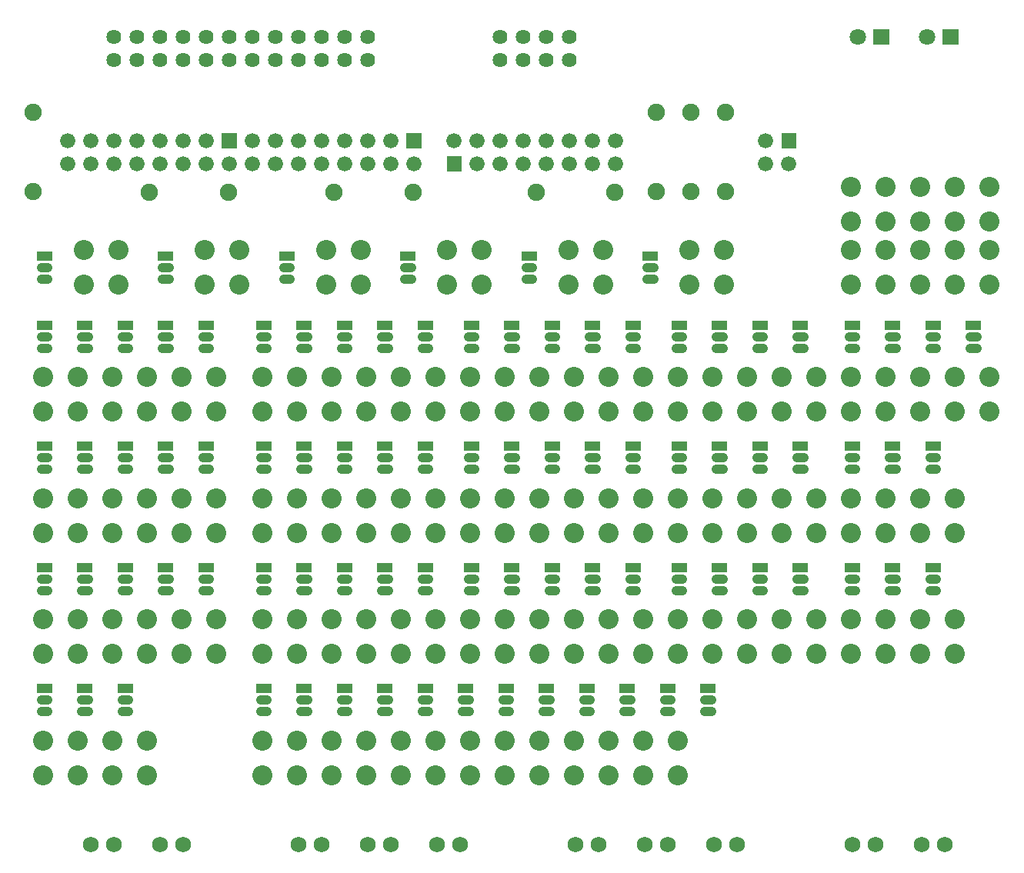
<source format=gts>
G04 Layer: TopSolderMaskLayer*
G04 EasyEDA v6.4.25, 2021-12-30T01:49:16+01:00*
G04 4773aac788784ad1aa91dadde69bcb95,bb3cfcbffc6840158e79d7648404357e,10*
G04 Gerber Generator version 0.2*
G04 Scale: 100 percent, Rotated: No, Reflected: No *
G04 Dimensions in millimeters *
G04 leading zeros omitted , absolute positions ,4 integer and 5 decimal *
%FSLAX45Y45*%
%MOMM*%

%ADD28C,1.0016*%
%ADD30C,2.2022*%
%ADD31C,1.9016*%
%ADD32C,1.6256*%
%ADD33C,1.7526*%
%ADD34C,1.6764*%
%ADD37C,1.8016*%

%LPD*%
D28*
X3527501Y6858000D02*
G01*
X3457501Y6858000D01*
X3527501Y6731000D02*
G01*
X3457501Y6731000D01*
X4861001Y6858000D02*
G01*
X4791001Y6858000D01*
X4861001Y6731000D02*
G01*
X4791001Y6731000D01*
X860501Y6858000D02*
G01*
X790501Y6858000D01*
X860501Y6731000D02*
G01*
X790501Y6731000D01*
X2194001Y6858000D02*
G01*
X2124001Y6858000D01*
X2194001Y6731000D02*
G01*
X2124001Y6731000D01*
X6194501Y6858000D02*
G01*
X6124501Y6858000D01*
X6194501Y6731000D02*
G01*
X6124501Y6731000D01*
X7528001Y6858000D02*
G01*
X7458001Y6858000D01*
X7528001Y6731000D02*
G01*
X7458001Y6731000D01*
X860501Y6096000D02*
G01*
X790501Y6096000D01*
X860501Y5969000D02*
G01*
X790501Y5969000D01*
X1305001Y6096000D02*
G01*
X1235001Y6096000D01*
X1305001Y5969000D02*
G01*
X1235001Y5969000D01*
X1749501Y6096000D02*
G01*
X1679501Y6096000D01*
X1749501Y5969000D02*
G01*
X1679501Y5969000D01*
X2194001Y6096000D02*
G01*
X2124001Y6096000D01*
X2194001Y5969000D02*
G01*
X2124001Y5969000D01*
X2638501Y6096000D02*
G01*
X2568501Y6096000D01*
X2638501Y5969000D02*
G01*
X2568501Y5969000D01*
X860501Y4762500D02*
G01*
X790501Y4762500D01*
X860501Y4635500D02*
G01*
X790501Y4635500D01*
X1305001Y4762500D02*
G01*
X1235001Y4762500D01*
X1305001Y4635500D02*
G01*
X1235001Y4635500D01*
X1749501Y4762500D02*
G01*
X1679501Y4762500D01*
X1749501Y4635500D02*
G01*
X1679501Y4635500D01*
X2194001Y4762500D02*
G01*
X2124001Y4762500D01*
X2194001Y4635500D02*
G01*
X2124001Y4635500D01*
X2638501Y4762500D02*
G01*
X2568501Y4762500D01*
X2638501Y4635500D02*
G01*
X2568501Y4635500D01*
X860501Y3429000D02*
G01*
X790501Y3429000D01*
X860501Y3302000D02*
G01*
X790501Y3302000D01*
X1305001Y3429000D02*
G01*
X1235001Y3429000D01*
X1305001Y3302000D02*
G01*
X1235001Y3302000D01*
X1749501Y3429000D02*
G01*
X1679501Y3429000D01*
X1749501Y3302000D02*
G01*
X1679501Y3302000D01*
X2194001Y3429000D02*
G01*
X2124001Y3429000D01*
X2194001Y3302000D02*
G01*
X2124001Y3302000D01*
X2638501Y3429000D02*
G01*
X2568501Y3429000D01*
X2638501Y3302000D02*
G01*
X2568501Y3302000D01*
X860501Y2095500D02*
G01*
X790501Y2095500D01*
X860501Y1968500D02*
G01*
X790501Y1968500D01*
X1305001Y2095500D02*
G01*
X1235001Y2095500D01*
X1305001Y1968500D02*
G01*
X1235001Y1968500D01*
X1749501Y2095500D02*
G01*
X1679501Y2095500D01*
X1749501Y1968500D02*
G01*
X1679501Y1968500D01*
X3273501Y6096000D02*
G01*
X3203501Y6096000D01*
X3273501Y5969000D02*
G01*
X3203501Y5969000D01*
X3718001Y6096000D02*
G01*
X3648001Y6096000D01*
X3718001Y5969000D02*
G01*
X3648001Y5969000D01*
X4162501Y6096000D02*
G01*
X4092501Y6096000D01*
X4162501Y5969000D02*
G01*
X4092501Y5969000D01*
X4607001Y6096000D02*
G01*
X4537001Y6096000D01*
X4607001Y5969000D02*
G01*
X4537001Y5969000D01*
X5051501Y6096000D02*
G01*
X4981501Y6096000D01*
X5051501Y5969000D02*
G01*
X4981501Y5969000D01*
X3273501Y4762500D02*
G01*
X3203501Y4762500D01*
X3273501Y4635500D02*
G01*
X3203501Y4635500D01*
X3718001Y4762500D02*
G01*
X3648001Y4762500D01*
X3718001Y4635500D02*
G01*
X3648001Y4635500D01*
X4162501Y4762500D02*
G01*
X4092501Y4762500D01*
X4162501Y4635500D02*
G01*
X4092501Y4635500D01*
X4607001Y4762500D02*
G01*
X4537001Y4762500D01*
X4607001Y4635500D02*
G01*
X4537001Y4635500D01*
X5051501Y4762500D02*
G01*
X4981501Y4762500D01*
X5051501Y4635500D02*
G01*
X4981501Y4635500D01*
X3273501Y3429000D02*
G01*
X3203501Y3429000D01*
X3273501Y3302000D02*
G01*
X3203501Y3302000D01*
X3718001Y3429000D02*
G01*
X3648001Y3429000D01*
X3718001Y3302000D02*
G01*
X3648001Y3302000D01*
X4162501Y3429000D02*
G01*
X4092501Y3429000D01*
X4162501Y3302000D02*
G01*
X4092501Y3302000D01*
X4607001Y3429000D02*
G01*
X4537001Y3429000D01*
X4607001Y3302000D02*
G01*
X4537001Y3302000D01*
X5051501Y3429000D02*
G01*
X4981501Y3429000D01*
X5051501Y3302000D02*
G01*
X4981501Y3302000D01*
X5559501Y6096000D02*
G01*
X5489501Y6096000D01*
X5559501Y5969000D02*
G01*
X5489501Y5969000D01*
X6004001Y6096000D02*
G01*
X5934001Y6096000D01*
X6004001Y5969000D02*
G01*
X5934001Y5969000D01*
X6448501Y6096000D02*
G01*
X6378501Y6096000D01*
X6448501Y5969000D02*
G01*
X6378501Y5969000D01*
X6893001Y6096000D02*
G01*
X6823001Y6096000D01*
X6893001Y5969000D02*
G01*
X6823001Y5969000D01*
X7337501Y6096000D02*
G01*
X7267501Y6096000D01*
X7337501Y5969000D02*
G01*
X7267501Y5969000D01*
X5559501Y4762500D02*
G01*
X5489501Y4762500D01*
X5559501Y4635500D02*
G01*
X5489501Y4635500D01*
X6004001Y4762500D02*
G01*
X5934001Y4762500D01*
X6004001Y4635500D02*
G01*
X5934001Y4635500D01*
X6448501Y4762500D02*
G01*
X6378501Y4762500D01*
X6448501Y4635500D02*
G01*
X6378501Y4635500D01*
X6893001Y4762500D02*
G01*
X6823001Y4762500D01*
X6893001Y4635500D02*
G01*
X6823001Y4635500D01*
X7337501Y4762500D02*
G01*
X7267501Y4762500D01*
X7337501Y4635500D02*
G01*
X7267501Y4635500D01*
X5559501Y3429000D02*
G01*
X5489501Y3429000D01*
X5559501Y3302000D02*
G01*
X5489501Y3302000D01*
X6004001Y3429000D02*
G01*
X5934001Y3429000D01*
X6004001Y3302000D02*
G01*
X5934001Y3302000D01*
X6448501Y3429000D02*
G01*
X6378501Y3429000D01*
X6448501Y3302000D02*
G01*
X6378501Y3302000D01*
X6893001Y3429000D02*
G01*
X6823001Y3429000D01*
X6893001Y3302000D02*
G01*
X6823001Y3302000D01*
X7337501Y3429000D02*
G01*
X7267501Y3429000D01*
X7337501Y3302000D02*
G01*
X7267501Y3302000D01*
X7845501Y6096000D02*
G01*
X7775501Y6096000D01*
X7845501Y5969000D02*
G01*
X7775501Y5969000D01*
X8290001Y6096000D02*
G01*
X8220001Y6096000D01*
X8290001Y5969000D02*
G01*
X8220001Y5969000D01*
X8734501Y6096000D02*
G01*
X8664501Y6096000D01*
X8734501Y5969000D02*
G01*
X8664501Y5969000D01*
X9179001Y6096000D02*
G01*
X9109001Y6096000D01*
X9179001Y5969000D02*
G01*
X9109001Y5969000D01*
X7845501Y4762500D02*
G01*
X7775501Y4762500D01*
X7845501Y4635500D02*
G01*
X7775501Y4635500D01*
X8290001Y4762500D02*
G01*
X8220001Y4762500D01*
X8290001Y4635500D02*
G01*
X8220001Y4635500D01*
X8734501Y4762500D02*
G01*
X8664501Y4762500D01*
X8734501Y4635500D02*
G01*
X8664501Y4635500D01*
X9179001Y4762500D02*
G01*
X9109001Y4762500D01*
X9179001Y4635500D02*
G01*
X9109001Y4635500D01*
X7845501Y3429000D02*
G01*
X7775501Y3429000D01*
X7845501Y3302000D02*
G01*
X7775501Y3302000D01*
X8290001Y3429000D02*
G01*
X8220001Y3429000D01*
X8290001Y3302000D02*
G01*
X8220001Y3302000D01*
X8734501Y3429000D02*
G01*
X8664501Y3429000D01*
X8734501Y3302000D02*
G01*
X8664501Y3302000D01*
X9179001Y3429000D02*
G01*
X9109001Y3429000D01*
X9179001Y3302000D02*
G01*
X9109001Y3302000D01*
X9750501Y6096000D02*
G01*
X9680501Y6096000D01*
X9750501Y5969000D02*
G01*
X9680501Y5969000D01*
X10195001Y6096000D02*
G01*
X10125001Y6096000D01*
X10195001Y5969000D02*
G01*
X10125001Y5969000D01*
X10639501Y6096000D02*
G01*
X10569501Y6096000D01*
X10639501Y5969000D02*
G01*
X10569501Y5969000D01*
X11084001Y6096000D02*
G01*
X11014001Y6096000D01*
X11084001Y5969000D02*
G01*
X11014001Y5969000D01*
X9750501Y4762500D02*
G01*
X9680501Y4762500D01*
X9750501Y4635500D02*
G01*
X9680501Y4635500D01*
X10195001Y4762500D02*
G01*
X10125001Y4762500D01*
X10195001Y4635500D02*
G01*
X10125001Y4635500D01*
X10639501Y4762500D02*
G01*
X10569501Y4762500D01*
X10639501Y4635500D02*
G01*
X10569501Y4635500D01*
X9750501Y3429000D02*
G01*
X9680501Y3429000D01*
X9750501Y3302000D02*
G01*
X9680501Y3302000D01*
X10195001Y3429000D02*
G01*
X10125001Y3429000D01*
X10195001Y3302000D02*
G01*
X10125001Y3302000D01*
X10639501Y3429000D02*
G01*
X10569501Y3429000D01*
X10639501Y3302000D02*
G01*
X10569501Y3302000D01*
X3273501Y2095500D02*
G01*
X3203501Y2095500D01*
X3273501Y1968500D02*
G01*
X3203501Y1968500D01*
X3718001Y2095500D02*
G01*
X3648001Y2095500D01*
X3718001Y1968500D02*
G01*
X3648001Y1968500D01*
X4162501Y2095500D02*
G01*
X4092501Y2095500D01*
X4162501Y1968500D02*
G01*
X4092501Y1968500D01*
X4607001Y2095500D02*
G01*
X4537001Y2095500D01*
X4607001Y1968500D02*
G01*
X4537001Y1968500D01*
X5051501Y2095500D02*
G01*
X4981501Y2095500D01*
X5051501Y1968500D02*
G01*
X4981501Y1968500D01*
X5496001Y2095500D02*
G01*
X5426001Y2095500D01*
X5496001Y1968500D02*
G01*
X5426001Y1968500D01*
X5940501Y2095500D02*
G01*
X5870501Y2095500D01*
X5940501Y1968500D02*
G01*
X5870501Y1968500D01*
X6385001Y2095500D02*
G01*
X6315001Y2095500D01*
X6385001Y1968500D02*
G01*
X6315001Y1968500D01*
X6829501Y2095500D02*
G01*
X6759501Y2095500D01*
X6829501Y1968500D02*
G01*
X6759501Y1968500D01*
X7274001Y2095500D02*
G01*
X7204001Y2095500D01*
X7274001Y1968500D02*
G01*
X7204001Y1968500D01*
X7718501Y2095500D02*
G01*
X7648501Y2095500D01*
X7718501Y1968500D02*
G01*
X7648501Y1968500D01*
X8163001Y2095500D02*
G01*
X8093001Y2095500D01*
X8163001Y1968500D02*
G01*
X8093001Y1968500D01*
G36*
X3407409Y6934962D02*
G01*
X3407409Y7035037D01*
X3577590Y7035037D01*
X3577590Y6934962D01*
G37*
G36*
X4740909Y6934962D02*
G01*
X4740909Y7035037D01*
X4911090Y7035037D01*
X4911090Y6934962D01*
G37*
D30*
G01*
X812800Y2984500D03*
G01*
X812800Y2603500D03*
G01*
X1193800Y2984500D03*
G01*
X1193800Y2603500D03*
G01*
X1574800Y2984500D03*
G01*
X1574800Y2603500D03*
G01*
X1955800Y2984500D03*
G01*
X1955800Y2603500D03*
G01*
X2336800Y2984500D03*
G01*
X2336800Y2603500D03*
G01*
X2717800Y2984500D03*
G01*
X2717800Y2603500D03*
D31*
G01*
X7937500Y7692999D03*
G01*
X7937500Y8563000D03*
G01*
X8318500Y7692999D03*
G01*
X8318500Y8563000D03*
D32*
G01*
X4381500Y9398000D03*
G01*
X4381500Y9144000D03*
G01*
X4127500Y9398000D03*
G01*
X4127500Y9144000D03*
G01*
X3873500Y9398000D03*
G01*
X3873500Y9144000D03*
G01*
X3619500Y9398000D03*
G01*
X3619500Y9144000D03*
G01*
X3365500Y9398000D03*
G01*
X3365500Y9144000D03*
G01*
X3111500Y9398000D03*
G01*
X3111500Y9144000D03*
G01*
X2857500Y9398000D03*
G01*
X2857500Y9144000D03*
G01*
X2603500Y9398000D03*
G01*
X2603500Y9144000D03*
G01*
X2349500Y9398000D03*
G01*
X2349500Y9144000D03*
G01*
X2095500Y9398000D03*
G01*
X2095500Y9144000D03*
G01*
X1841500Y9398000D03*
G01*
X1841500Y9144000D03*
G01*
X1587500Y9398000D03*
G01*
X1587500Y9144000D03*
G01*
X6604000Y9398000D03*
G01*
X6604000Y9144000D03*
G01*
X6350000Y9398000D03*
G01*
X6350000Y9144000D03*
G01*
X6096000Y9398000D03*
G01*
X6096000Y9144000D03*
G01*
X5842000Y9398000D03*
G01*
X5842000Y9144000D03*
D33*
G01*
X6667500Y508000D03*
G01*
X6921500Y508000D03*
G01*
X2095500Y508000D03*
G01*
X2349500Y508000D03*
G01*
X9715500Y508000D03*
G01*
X9969500Y508000D03*
G01*
X5143500Y508000D03*
G01*
X5397500Y508000D03*
G01*
X4381500Y508000D03*
G01*
X4635500Y508000D03*
G01*
X3619500Y508000D03*
G01*
X3873500Y508000D03*
G01*
X8191500Y508000D03*
G01*
X8445500Y508000D03*
G01*
X1333500Y508000D03*
G01*
X1587500Y508000D03*
G01*
X7429500Y508000D03*
G01*
X7683500Y508000D03*
G01*
X10477500Y508000D03*
G01*
X10731500Y508000D03*
D31*
G01*
X698500Y7692999D03*
G01*
X698500Y8563000D03*
G01*
X4880000Y7683500D03*
G01*
X4009999Y7683500D03*
G01*
X2848000Y7683500D03*
G01*
X1977999Y7683500D03*
G01*
X7556500Y7692999D03*
G01*
X7556500Y8563000D03*
G01*
X7102500Y7683500D03*
G01*
X6232499Y7683500D03*
D34*
G01*
X3111500Y8001000D03*
G01*
X3111500Y8255000D03*
G01*
X3365500Y8001000D03*
G01*
X3365500Y8255000D03*
G01*
X3619500Y8001000D03*
G01*
X3619500Y8255000D03*
G01*
X3873500Y8001000D03*
G01*
X3873500Y8255000D03*
G01*
X4127500Y8001000D03*
G01*
X4127500Y8255000D03*
G01*
X4381500Y8001000D03*
G01*
X4381500Y8255000D03*
G01*
X4635500Y8001000D03*
G01*
X4635500Y8255000D03*
G01*
X4889500Y8001000D03*
G36*
X4805679Y8171179D02*
G01*
X4805679Y8338820D01*
X4973320Y8338820D01*
X4973320Y8171179D01*
G37*
G01*
X1079500Y8001000D03*
G01*
X1079500Y8255000D03*
G01*
X1333500Y8001000D03*
G01*
X1333500Y8255000D03*
G01*
X1587500Y8001000D03*
G01*
X1587500Y8255000D03*
G01*
X1841500Y8001000D03*
G01*
X1841500Y8255000D03*
G01*
X2095500Y8001000D03*
G01*
X2095500Y8255000D03*
G01*
X2349500Y8001000D03*
G01*
X2349500Y8255000D03*
G01*
X2603500Y8001000D03*
G01*
X2603500Y8255000D03*
G01*
X2857500Y8001000D03*
G36*
X2773679Y8171179D02*
G01*
X2773679Y8338820D01*
X2941320Y8338820D01*
X2941320Y8171179D01*
G37*
G01*
X7112000Y8255000D03*
G01*
X7112000Y8001000D03*
G01*
X6858000Y8255000D03*
G01*
X6858000Y8001000D03*
G01*
X6604000Y8255000D03*
G01*
X6604000Y8001000D03*
G01*
X6350000Y8255000D03*
G01*
X6350000Y8001000D03*
G01*
X6096000Y8255000D03*
G01*
X6096000Y8001000D03*
G01*
X5842000Y8255000D03*
G01*
X5842000Y8001000D03*
G01*
X5588000Y8255000D03*
G01*
X5588000Y8001000D03*
G01*
X5334000Y8255000D03*
G36*
X5250179Y7917179D02*
G01*
X5250179Y8084820D01*
X5417820Y8084820D01*
X5417820Y7917179D01*
G37*
G36*
X8933179Y8171179D02*
G01*
X8933179Y8338820D01*
X9100820Y8338820D01*
X9100820Y8171179D01*
G37*
G01*
X9017000Y8001000D03*
G01*
X8763000Y8255000D03*
G01*
X8763000Y8001000D03*
G36*
X9942829Y9314179D02*
G01*
X9942829Y9481820D01*
X10123170Y9481820D01*
X10123170Y9314179D01*
G37*
D37*
G01*
X9779000Y9398000D03*
G36*
X10704829Y9314179D02*
G01*
X10704829Y9481820D01*
X10885170Y9481820D01*
X10885170Y9314179D01*
G37*
G01*
X10541000Y9398000D03*
G36*
X740410Y6934962D02*
G01*
X740410Y7035037D01*
X910589Y7035037D01*
X910589Y6934962D01*
G37*
G36*
X2073909Y6934962D02*
G01*
X2073909Y7035037D01*
X2244090Y7035037D01*
X2244090Y6934962D01*
G37*
G36*
X6074409Y6934962D02*
G01*
X6074409Y7035037D01*
X6244590Y7035037D01*
X6244590Y6934962D01*
G37*
G36*
X7407909Y6934962D02*
G01*
X7407909Y7035037D01*
X7578090Y7035037D01*
X7578090Y6934962D01*
G37*
G36*
X740410Y6172962D02*
G01*
X740410Y6273037D01*
X910589Y6273037D01*
X910589Y6172962D01*
G37*
G36*
X1184910Y6172962D02*
G01*
X1184910Y6273037D01*
X1355089Y6273037D01*
X1355089Y6172962D01*
G37*
G36*
X1629410Y6172962D02*
G01*
X1629410Y6273037D01*
X1799589Y6273037D01*
X1799589Y6172962D01*
G37*
G36*
X2073909Y6172962D02*
G01*
X2073909Y6273037D01*
X2244090Y6273037D01*
X2244090Y6172962D01*
G37*
G36*
X2518409Y6172962D02*
G01*
X2518409Y6273037D01*
X2688590Y6273037D01*
X2688590Y6172962D01*
G37*
G36*
X740410Y4839462D02*
G01*
X740410Y4939537D01*
X910589Y4939537D01*
X910589Y4839462D01*
G37*
G36*
X1184910Y4839462D02*
G01*
X1184910Y4939537D01*
X1355089Y4939537D01*
X1355089Y4839462D01*
G37*
G36*
X1629410Y4839462D02*
G01*
X1629410Y4939537D01*
X1799589Y4939537D01*
X1799589Y4839462D01*
G37*
G36*
X2073909Y4839462D02*
G01*
X2073909Y4939537D01*
X2244090Y4939537D01*
X2244090Y4839462D01*
G37*
G36*
X2518409Y4839462D02*
G01*
X2518409Y4939537D01*
X2688590Y4939537D01*
X2688590Y4839462D01*
G37*
G36*
X740410Y3505962D02*
G01*
X740410Y3606037D01*
X910589Y3606037D01*
X910589Y3505962D01*
G37*
G36*
X1184910Y3505962D02*
G01*
X1184910Y3606037D01*
X1355089Y3606037D01*
X1355089Y3505962D01*
G37*
G36*
X1629410Y3505962D02*
G01*
X1629410Y3606037D01*
X1799589Y3606037D01*
X1799589Y3505962D01*
G37*
G36*
X2073909Y3505962D02*
G01*
X2073909Y3606037D01*
X2244090Y3606037D01*
X2244090Y3505962D01*
G37*
G36*
X2518409Y3505962D02*
G01*
X2518409Y3606037D01*
X2688590Y3606037D01*
X2688590Y3505962D01*
G37*
G36*
X740410Y2172462D02*
G01*
X740410Y2272537D01*
X910589Y2272537D01*
X910589Y2172462D01*
G37*
G36*
X1184910Y2172462D02*
G01*
X1184910Y2272537D01*
X1355089Y2272537D01*
X1355089Y2172462D01*
G37*
G36*
X1629410Y2172462D02*
G01*
X1629410Y2272537D01*
X1799589Y2272537D01*
X1799589Y2172462D01*
G37*
G36*
X3153409Y6172962D02*
G01*
X3153409Y6273037D01*
X3323590Y6273037D01*
X3323590Y6172962D01*
G37*
G36*
X3597909Y6172962D02*
G01*
X3597909Y6273037D01*
X3768090Y6273037D01*
X3768090Y6172962D01*
G37*
G36*
X4042409Y6172962D02*
G01*
X4042409Y6273037D01*
X4212590Y6273037D01*
X4212590Y6172962D01*
G37*
G36*
X4486909Y6172962D02*
G01*
X4486909Y6273037D01*
X4657090Y6273037D01*
X4657090Y6172962D01*
G37*
G36*
X4931409Y6172962D02*
G01*
X4931409Y6273037D01*
X5101590Y6273037D01*
X5101590Y6172962D01*
G37*
G36*
X3153409Y4839462D02*
G01*
X3153409Y4939537D01*
X3323590Y4939537D01*
X3323590Y4839462D01*
G37*
G36*
X3597909Y4839462D02*
G01*
X3597909Y4939537D01*
X3768090Y4939537D01*
X3768090Y4839462D01*
G37*
G36*
X4042409Y4839462D02*
G01*
X4042409Y4939537D01*
X4212590Y4939537D01*
X4212590Y4839462D01*
G37*
G36*
X4486909Y4839462D02*
G01*
X4486909Y4939537D01*
X4657090Y4939537D01*
X4657090Y4839462D01*
G37*
G36*
X4931409Y4839462D02*
G01*
X4931409Y4939537D01*
X5101590Y4939537D01*
X5101590Y4839462D01*
G37*
G36*
X3153409Y3505962D02*
G01*
X3153409Y3606037D01*
X3323590Y3606037D01*
X3323590Y3505962D01*
G37*
G36*
X3597909Y3505962D02*
G01*
X3597909Y3606037D01*
X3768090Y3606037D01*
X3768090Y3505962D01*
G37*
G36*
X4042409Y3505962D02*
G01*
X4042409Y3606037D01*
X4212590Y3606037D01*
X4212590Y3505962D01*
G37*
G36*
X4486909Y3505962D02*
G01*
X4486909Y3606037D01*
X4657090Y3606037D01*
X4657090Y3505962D01*
G37*
G36*
X4931409Y3505962D02*
G01*
X4931409Y3606037D01*
X5101590Y3606037D01*
X5101590Y3505962D01*
G37*
G36*
X5439409Y6172962D02*
G01*
X5439409Y6273037D01*
X5609590Y6273037D01*
X5609590Y6172962D01*
G37*
G36*
X5883909Y6172962D02*
G01*
X5883909Y6273037D01*
X6054090Y6273037D01*
X6054090Y6172962D01*
G37*
G36*
X6328409Y6172962D02*
G01*
X6328409Y6273037D01*
X6498590Y6273037D01*
X6498590Y6172962D01*
G37*
G36*
X6772909Y6172962D02*
G01*
X6772909Y6273037D01*
X6943090Y6273037D01*
X6943090Y6172962D01*
G37*
G36*
X7217409Y6172962D02*
G01*
X7217409Y6273037D01*
X7387590Y6273037D01*
X7387590Y6172962D01*
G37*
G36*
X5439409Y4839462D02*
G01*
X5439409Y4939537D01*
X5609590Y4939537D01*
X5609590Y4839462D01*
G37*
G36*
X5883909Y4839462D02*
G01*
X5883909Y4939537D01*
X6054090Y4939537D01*
X6054090Y4839462D01*
G37*
G36*
X6328409Y4839462D02*
G01*
X6328409Y4939537D01*
X6498590Y4939537D01*
X6498590Y4839462D01*
G37*
G36*
X6772909Y4839462D02*
G01*
X6772909Y4939537D01*
X6943090Y4939537D01*
X6943090Y4839462D01*
G37*
G36*
X7217409Y4839462D02*
G01*
X7217409Y4939537D01*
X7387590Y4939537D01*
X7387590Y4839462D01*
G37*
G36*
X5439409Y3505962D02*
G01*
X5439409Y3606037D01*
X5609590Y3606037D01*
X5609590Y3505962D01*
G37*
G36*
X5883909Y3505962D02*
G01*
X5883909Y3606037D01*
X6054090Y3606037D01*
X6054090Y3505962D01*
G37*
G36*
X6328409Y3505962D02*
G01*
X6328409Y3606037D01*
X6498590Y3606037D01*
X6498590Y3505962D01*
G37*
G36*
X6772909Y3505962D02*
G01*
X6772909Y3606037D01*
X6943090Y3606037D01*
X6943090Y3505962D01*
G37*
G36*
X7217409Y3505962D02*
G01*
X7217409Y3606037D01*
X7387590Y3606037D01*
X7387590Y3505962D01*
G37*
G36*
X7725409Y6172962D02*
G01*
X7725409Y6273037D01*
X7895590Y6273037D01*
X7895590Y6172962D01*
G37*
G36*
X8169909Y6172962D02*
G01*
X8169909Y6273037D01*
X8340090Y6273037D01*
X8340090Y6172962D01*
G37*
G36*
X8614409Y6172962D02*
G01*
X8614409Y6273037D01*
X8784590Y6273037D01*
X8784590Y6172962D01*
G37*
G36*
X9058909Y6172962D02*
G01*
X9058909Y6273037D01*
X9229090Y6273037D01*
X9229090Y6172962D01*
G37*
G36*
X7725409Y4839462D02*
G01*
X7725409Y4939537D01*
X7895590Y4939537D01*
X7895590Y4839462D01*
G37*
G36*
X8169909Y4839462D02*
G01*
X8169909Y4939537D01*
X8340090Y4939537D01*
X8340090Y4839462D01*
G37*
G36*
X8614409Y4839462D02*
G01*
X8614409Y4939537D01*
X8784590Y4939537D01*
X8784590Y4839462D01*
G37*
G36*
X9058909Y4839462D02*
G01*
X9058909Y4939537D01*
X9229090Y4939537D01*
X9229090Y4839462D01*
G37*
G36*
X7725409Y3505962D02*
G01*
X7725409Y3606037D01*
X7895590Y3606037D01*
X7895590Y3505962D01*
G37*
G36*
X8169909Y3505962D02*
G01*
X8169909Y3606037D01*
X8340090Y3606037D01*
X8340090Y3505962D01*
G37*
G36*
X8614409Y3505962D02*
G01*
X8614409Y3606037D01*
X8784590Y3606037D01*
X8784590Y3505962D01*
G37*
G36*
X9058909Y3505962D02*
G01*
X9058909Y3606037D01*
X9229090Y3606037D01*
X9229090Y3505962D01*
G37*
G36*
X9630409Y6172962D02*
G01*
X9630409Y6273037D01*
X9800590Y6273037D01*
X9800590Y6172962D01*
G37*
G36*
X10074909Y6172962D02*
G01*
X10074909Y6273037D01*
X10245090Y6273037D01*
X10245090Y6172962D01*
G37*
G36*
X10519409Y6172962D02*
G01*
X10519409Y6273037D01*
X10689590Y6273037D01*
X10689590Y6172962D01*
G37*
G36*
X10963909Y6172962D02*
G01*
X10963909Y6273037D01*
X11134090Y6273037D01*
X11134090Y6172962D01*
G37*
G36*
X9630409Y4839462D02*
G01*
X9630409Y4939537D01*
X9800590Y4939537D01*
X9800590Y4839462D01*
G37*
G36*
X10074909Y4839462D02*
G01*
X10074909Y4939537D01*
X10245090Y4939537D01*
X10245090Y4839462D01*
G37*
G36*
X10519409Y4839462D02*
G01*
X10519409Y4939537D01*
X10689590Y4939537D01*
X10689590Y4839462D01*
G37*
G36*
X9630409Y3505962D02*
G01*
X9630409Y3606037D01*
X9800590Y3606037D01*
X9800590Y3505962D01*
G37*
G36*
X10074909Y3505962D02*
G01*
X10074909Y3606037D01*
X10245090Y3606037D01*
X10245090Y3505962D01*
G37*
G36*
X10519409Y3505962D02*
G01*
X10519409Y3606037D01*
X10689590Y3606037D01*
X10689590Y3505962D01*
G37*
G36*
X3153409Y2172462D02*
G01*
X3153409Y2272537D01*
X3323590Y2272537D01*
X3323590Y2172462D01*
G37*
G36*
X3597909Y2172462D02*
G01*
X3597909Y2272537D01*
X3768090Y2272537D01*
X3768090Y2172462D01*
G37*
G36*
X4042409Y2172462D02*
G01*
X4042409Y2272537D01*
X4212590Y2272537D01*
X4212590Y2172462D01*
G37*
G36*
X4486909Y2172462D02*
G01*
X4486909Y2272537D01*
X4657090Y2272537D01*
X4657090Y2172462D01*
G37*
G36*
X4931409Y2172462D02*
G01*
X4931409Y2272537D01*
X5101590Y2272537D01*
X5101590Y2172462D01*
G37*
G36*
X5375909Y2172462D02*
G01*
X5375909Y2272537D01*
X5546090Y2272537D01*
X5546090Y2172462D01*
G37*
G36*
X5820409Y2172462D02*
G01*
X5820409Y2272537D01*
X5990590Y2272537D01*
X5990590Y2172462D01*
G37*
G36*
X6264909Y2172462D02*
G01*
X6264909Y2272537D01*
X6435090Y2272537D01*
X6435090Y2172462D01*
G37*
G36*
X6709409Y2172462D02*
G01*
X6709409Y2272537D01*
X6879590Y2272537D01*
X6879590Y2172462D01*
G37*
G36*
X7153909Y2172462D02*
G01*
X7153909Y2272537D01*
X7324090Y2272537D01*
X7324090Y2172462D01*
G37*
G36*
X7598409Y2172462D02*
G01*
X7598409Y2272537D01*
X7768590Y2272537D01*
X7768590Y2172462D01*
G37*
G36*
X8042909Y2172462D02*
G01*
X8042909Y2272537D01*
X8213090Y2272537D01*
X8213090Y2172462D01*
G37*
D30*
G01*
X9702800Y7747000D03*
G01*
X9702800Y7366000D03*
G01*
X10083800Y7747000D03*
G01*
X10083800Y7366000D03*
G01*
X10464800Y7747000D03*
G01*
X10464800Y7366000D03*
G01*
X10845800Y7747000D03*
G01*
X10845800Y7366000D03*
G01*
X11226800Y7747000D03*
G01*
X11226800Y7366000D03*
G01*
X9702800Y7048500D03*
G01*
X9702800Y6667500D03*
G01*
X10083800Y7048500D03*
G01*
X10083800Y6667500D03*
G01*
X10464800Y7048500D03*
G01*
X10464800Y6667500D03*
G01*
X10845800Y7048500D03*
G01*
X10845800Y6667500D03*
G01*
X11226800Y7048500D03*
G01*
X11226800Y6667500D03*
G01*
X1257300Y7048500D03*
G01*
X1257300Y6667500D03*
G01*
X1638300Y7048500D03*
G01*
X1638300Y6667500D03*
G01*
X2590800Y7048500D03*
G01*
X2590800Y6667500D03*
G01*
X2971800Y7048500D03*
G01*
X2971800Y6667500D03*
G01*
X3924300Y7048500D03*
G01*
X3924300Y6667500D03*
G01*
X4305300Y7048500D03*
G01*
X4305300Y6667500D03*
G01*
X5257800Y7048500D03*
G01*
X5257800Y6667500D03*
G01*
X5638800Y7048500D03*
G01*
X5638800Y6667500D03*
G01*
X6591300Y7048500D03*
G01*
X6591300Y6667500D03*
G01*
X6972300Y7048500D03*
G01*
X6972300Y6667500D03*
G01*
X7924800Y7048500D03*
G01*
X7924800Y6667500D03*
G01*
X8305800Y7048500D03*
G01*
X8305800Y6667500D03*
G01*
X812800Y5651500D03*
G01*
X812800Y5270500D03*
G01*
X1193800Y5651500D03*
G01*
X1193800Y5270500D03*
G01*
X1574800Y5651500D03*
G01*
X1574800Y5270500D03*
G01*
X1955800Y5651500D03*
G01*
X1955800Y5270500D03*
G01*
X2336800Y5651500D03*
G01*
X2336800Y5270500D03*
G01*
X2717800Y5651500D03*
G01*
X2717800Y5270500D03*
G01*
X812800Y4318000D03*
G01*
X812800Y3937000D03*
G01*
X1193800Y4318000D03*
G01*
X1193800Y3937000D03*
G01*
X1574800Y4318000D03*
G01*
X1574800Y3937000D03*
G01*
X1955800Y4318000D03*
G01*
X1955800Y3937000D03*
G01*
X2336800Y4318000D03*
G01*
X2336800Y3937000D03*
G01*
X2717800Y4318000D03*
G01*
X2717800Y3937000D03*
G01*
X812800Y1651000D03*
G01*
X812800Y1270000D03*
G01*
X1193800Y1651000D03*
G01*
X1193800Y1270000D03*
G01*
X1574800Y1651000D03*
G01*
X1574800Y1270000D03*
G01*
X1955800Y1651000D03*
G01*
X1955800Y1270000D03*
G01*
X3225800Y5651500D03*
G01*
X3225800Y5270500D03*
G01*
X3606800Y5651500D03*
G01*
X3606800Y5270500D03*
G01*
X3987800Y5651500D03*
G01*
X3987800Y5270500D03*
G01*
X4368800Y5651500D03*
G01*
X4368800Y5270500D03*
G01*
X4749800Y5651500D03*
G01*
X4749800Y5270500D03*
G01*
X5130800Y5651500D03*
G01*
X5130800Y5270500D03*
G01*
X3225800Y4318000D03*
G01*
X3225800Y3937000D03*
G01*
X3606800Y4318000D03*
G01*
X3606800Y3937000D03*
G01*
X3987800Y4318000D03*
G01*
X3987800Y3937000D03*
G01*
X4368800Y4318000D03*
G01*
X4368800Y3937000D03*
G01*
X4749800Y4318000D03*
G01*
X4749800Y3937000D03*
G01*
X5130800Y4318000D03*
G01*
X5130800Y3937000D03*
G01*
X3225800Y2984500D03*
G01*
X3225800Y2603500D03*
G01*
X3606800Y2984500D03*
G01*
X3606800Y2603500D03*
G01*
X3987800Y2984500D03*
G01*
X3987800Y2603500D03*
G01*
X4368800Y2984500D03*
G01*
X4368800Y2603500D03*
G01*
X4749800Y2984500D03*
G01*
X4749800Y2603500D03*
G01*
X5130800Y2984500D03*
G01*
X5130800Y2603500D03*
G01*
X5511800Y5651500D03*
G01*
X5511800Y5270500D03*
G01*
X5892800Y5651500D03*
G01*
X5892800Y5270500D03*
G01*
X6273800Y5651500D03*
G01*
X6273800Y5270500D03*
G01*
X6654800Y5651500D03*
G01*
X6654800Y5270500D03*
G01*
X7035800Y5651500D03*
G01*
X7035800Y5270500D03*
G01*
X7416800Y5651500D03*
G01*
X7416800Y5270500D03*
G01*
X5511800Y4318000D03*
G01*
X5511800Y3937000D03*
G01*
X5892800Y4318000D03*
G01*
X5892800Y3937000D03*
G01*
X6273800Y4318000D03*
G01*
X6273800Y3937000D03*
G01*
X6654800Y4318000D03*
G01*
X6654800Y3937000D03*
G01*
X7035800Y4318000D03*
G01*
X7035800Y3937000D03*
G01*
X7416800Y4318000D03*
G01*
X7416800Y3937000D03*
G01*
X5511800Y2984500D03*
G01*
X5511800Y2603500D03*
G01*
X5892800Y2984500D03*
G01*
X5892800Y2603500D03*
G01*
X6273800Y2984500D03*
G01*
X6273800Y2603500D03*
G01*
X6654800Y2984500D03*
G01*
X6654800Y2603500D03*
G01*
X7035800Y2984500D03*
G01*
X7035800Y2603500D03*
G01*
X7416800Y2984500D03*
G01*
X7416800Y2603500D03*
G01*
X7797800Y5651500D03*
G01*
X7797800Y5270500D03*
G01*
X8178800Y5651500D03*
G01*
X8178800Y5270500D03*
G01*
X8559800Y5651500D03*
G01*
X8559800Y5270500D03*
G01*
X8940800Y5651500D03*
G01*
X8940800Y5270500D03*
G01*
X9321800Y5651500D03*
G01*
X9321800Y5270500D03*
G01*
X7797800Y4318000D03*
G01*
X7797800Y3937000D03*
G01*
X8178800Y4318000D03*
G01*
X8178800Y3937000D03*
G01*
X8559800Y4318000D03*
G01*
X8559800Y3937000D03*
G01*
X8940800Y4318000D03*
G01*
X8940800Y3937000D03*
G01*
X9321800Y4318000D03*
G01*
X9321800Y3937000D03*
G01*
X7797800Y2984500D03*
G01*
X7797800Y2603500D03*
G01*
X8178800Y2984500D03*
G01*
X8178800Y2603500D03*
G01*
X8559800Y2984500D03*
G01*
X8559800Y2603500D03*
G01*
X8940800Y2984500D03*
G01*
X8940800Y2603500D03*
G01*
X9321800Y2984500D03*
G01*
X9321800Y2603500D03*
G01*
X9702800Y5651500D03*
G01*
X9702800Y5270500D03*
G01*
X10083800Y5651500D03*
G01*
X10083800Y5270500D03*
G01*
X10464800Y5651500D03*
G01*
X10464800Y5270500D03*
G01*
X10845800Y5651500D03*
G01*
X10845800Y5270500D03*
G01*
X11226800Y5651500D03*
G01*
X11226800Y5270500D03*
G01*
X9702800Y4318000D03*
G01*
X9702800Y3937000D03*
G01*
X10083800Y4318000D03*
G01*
X10083800Y3937000D03*
G01*
X10464800Y4318000D03*
G01*
X10464800Y3937000D03*
G01*
X10845800Y4318000D03*
G01*
X10845800Y3937000D03*
G01*
X9702800Y2984500D03*
G01*
X9702800Y2603500D03*
G01*
X10083800Y2984500D03*
G01*
X10083800Y2603500D03*
G01*
X10464800Y2984500D03*
G01*
X10464800Y2603500D03*
G01*
X10845800Y2984500D03*
G01*
X10845800Y2603500D03*
G01*
X3225800Y1651000D03*
G01*
X3225800Y1270000D03*
G01*
X3606800Y1651000D03*
G01*
X3606800Y1270000D03*
G01*
X3987800Y1651000D03*
G01*
X3987800Y1270000D03*
G01*
X4368800Y1651000D03*
G01*
X4368800Y1270000D03*
G01*
X4749800Y1651000D03*
G01*
X4749800Y1270000D03*
G01*
X5130800Y1651000D03*
G01*
X5130800Y1270000D03*
G01*
X5511800Y1651000D03*
G01*
X5511800Y1270000D03*
G01*
X5892800Y1651000D03*
G01*
X5892800Y1270000D03*
G01*
X6273800Y1651000D03*
G01*
X6273800Y1270000D03*
G01*
X6654800Y1651000D03*
G01*
X6654800Y1270000D03*
G01*
X7035800Y1651000D03*
G01*
X7035800Y1270000D03*
G01*
X7416800Y1651000D03*
G01*
X7416800Y1270000D03*
G01*
X7797800Y1651000D03*
G01*
X7797800Y1270000D03*
M02*

</source>
